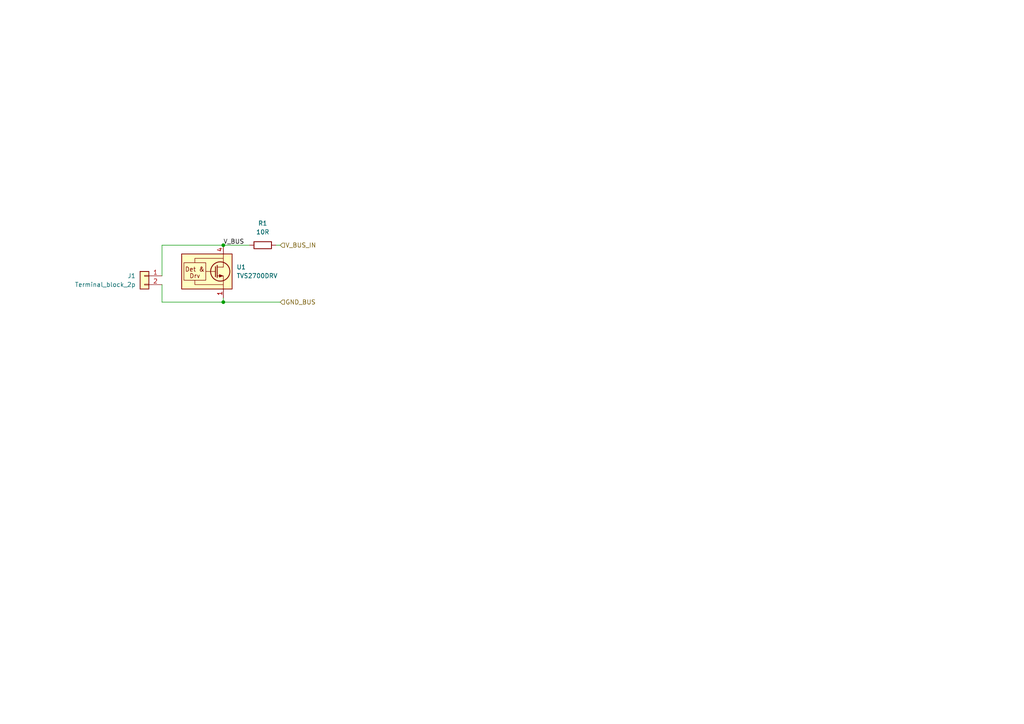
<source format=kicad_sch>
(kicad_sch (version 20250114) (generator "eeschema") (generator_version "9.0")
  (paper "A4")
  (title_block (title "Isolated RS485") (date "2025-12-31") (rev "1.0"))
  (lib_symbols
    (symbol "Connector_Generic:Conn_01x02" (pin_names (offset 1.016) (hide yes))
      (property "Reference" "J" (at 0 2.54 0))
      (property "Value" "Conn_01x02" (at 0 -5.08 0))
      (symbol "Conn_01x02_1_1"
        (rectangle (start -1.27 1.27) (end 1.27 -3.81) (stroke (width 0.254)) (fill (type background)))
        (rectangle (start -1.27 0.127) (end 0 -0.127) (stroke (width 0.1524)))
        (rectangle (start -1.27 -2.413) (end 0 -2.667) (stroke (width 0.1524)))
        (pin passive line (at -5.08 0 0) (length 3.81) (name "Pin_1") (number "1"))
        (pin passive line (at -5.08 -2.54 0) (length 3.81) (name "Pin_2") (number "2"))
      )
    )
    (symbol "Device:R" (pin_numbers (hide yes)) (pin_names (offset 0))
      (property "Reference" "R" (at 2.032 0 90))
      (property "Value" "R" (at 0 0 90))
      (symbol "R_0_1"
        (rectangle (start -1.016 -2.54) (end 1.016 2.54) (stroke (width 0.254)))
      )
      (symbol "R_1_1"
        (pin passive line (at 0 3.81 270) (length 1.27) (name "~") (number "1"))
        (pin passive line (at 0 -3.81 90) (length 1.27) (name "~") (number "2"))
      )
    )
    (symbol "Power_Protection:TVS2700DRV" (pin_names (offset 0) (hide yes))
      (property "Reference" "U" (at 2.54 1.27 0))
      (property "Value" "TVS2700DRV" (at 2.54 -1.27 0))
      (symbol "TVS2700DRV_0_0"
        (rectangle (start -11.43 2.54) (end -5.08 -2.54))
        (polyline (pts (xy -8.255 2.54) (xy -8.255 3.81) (xy 0 3.81)))
        (polyline (pts (xy -8.255 -2.54) (xy -8.255 -3.81) (xy 0 -3.81)))
        (polyline (pts (xy 0 1.27) (xy -1.778 1.27)))
        (text "Det &" (at -8.255 0.635 0) (effects (font (size 1.27 1.27))))
        (text "Drv" (at -8.255 -1.27 0) (effects (font (size 1.27 1.27))))
      )
      (symbol "TVS2700DRV_0_1"
        (rectangle (start -12.065 5.08) (end 2.54 -5.08) (stroke (width 0.254)) (fill (type background)))
        (polyline (pts (xy -2.286 1.397) (xy -2.286 -1.524)) (stroke (width 0.254)))
        (polyline (pts (xy -2.286 0) (xy -5.08 0)))
        (polyline (pts (xy -1.778 1.778) (xy -1.778 -1.778)) (stroke (width 0.254)))
        (circle (center -0.889 0) (radius 2.794) (stroke (width 0.254)))
        (polyline (pts (xy -0.127 -1.27) (xy -1.143 -1.651) (xy -1.143 -0.889) (xy -0.127 -1.27)) (fill (type outline)))
        (polyline (pts (xy 0 5.08) (xy 0 2.54)))
        (polyline (pts (xy 0 2.54) (xy 0 1.27)))
        (polyline (pts (xy 0 -2.54) (xy 0 -5.08)))
        (polyline (pts (xy 0 -2.54) (xy 0 -1.27) (xy -1.778 -1.27)))
      )
      (symbol "TVS2700DRV_1_1"
        (pin passive line (at 0 7.62 270) (length 2.54) (name "IN") (number "4"))
        (pin passive line (at 0 7.62 270) (length 2.54) (hide yes) (name "IN") (number "5"))
        (pin passive line (at 0 7.62 270) (length 2.54) (hide yes) (name "IN") (number "6"))
        (pin power_in line (at 0 -7.62 90) (length 2.54) (name "GND") (number "1"))
        (pin passive line (at 0 -7.62 90) (length 2.54) (hide yes) (name "GND") (number "2"))
        (pin passive line (at 0 -7.62 90) (length 2.54) (hide yes) (name "GND") (number "3"))
        (pin passive line (at 0 -7.62 90) (length 2.54) (hide yes) (name "GND") (number "7"))
      )
    )
  )
  (junction (at 64.77 87.63))
  (junction (at 64.77 71.12))
  (wire (pts (xy 64.77 71.12) (xy 46.99 71.12)))
  (wire (pts (xy 72.39 71.12) (xy 64.77 71.12)))
  (wire (pts (xy 64.77 86.36) (xy 64.77 87.63)))
  (wire (pts (xy 46.99 87.63) (xy 64.77 87.63)))
  (wire (pts (xy 81.28 71.12) (xy 80.01 71.12)))
  (wire (pts (xy 64.77 87.63) (xy 81.28 87.63)))
  (wire (pts (xy 46.99 87.63) (xy 46.99 82.55)))
  (wire (pts (xy 46.99 71.12) (xy 46.99 80.01)))
  (label "V_BUS" (at 64.77 71.12 0))
  (hierarchical_label "V_BUS_IN" (shape input) (at 81.28 71.12 0))
  (hierarchical_label "GND_BUS" (shape input) (at 81.28 87.63 0))
  (symbol (lib_id "Connector_Generic:Conn_01x02") (at 41.91 80.01 0) (mirror y) (unit 1)
    (property "Reference" "J1" (at 39.37 80.0099 0) (effects (justify left)))
    (property "Value" "Terminal_block_2p" (at 39.37 82.5499 0) (effects (justify left)))
    (property "Description" "Generic connector, single row, 01x02, script generated (kicad-library-utils/schlib/autogen/connector/)" (effects (hide yes)))
  )
  (symbol (lib_id "Power_Protection:TVS2700DRV") (at 64.77 78.74 0) (unit 1)
    (property "Reference" "U1" (at 68.58 77.4699 0) (effects (justify left)))
    (property "Value" "TVS2700DRV" (at 68.58 80.0099 0) (effects (justify left)))
    (property "Footprint" "Package_SON:WSON-6-1EP_2x2mm_P0.65mm_EP1x1.6mm" (effects (hide yes)))
    (property "Datasheet" "http://www.ti.com/lit/ds/symlink/tvs2700.pdf" (effects (hide yes)))
    (property "Description" "Flat-Clamp Surge Protection Device. 27Vrwm, WSON-6" (effects (hide yes)))
  )
  (symbol (lib_id "Device:R") (at 76.2 71.12 270) (unit 1)
    (property "Reference" "R1" (at 76.2 64.77 90))
    (property "Value" "10R" (at 76.2 67.31 90))
    (property "Description" "Resistor" (effects (hide yes)))
  )
)
</source>
